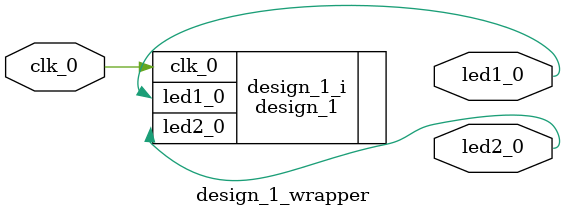
<source format=v>
`timescale 1 ps / 1 ps

module design_1_wrapper
   (clk_0,
    led1_0,
    led2_0);
  input clk_0;
  output led1_0;
  output led2_0;

  wire clk_0;
  wire led1_0;
  wire led2_0;

  design_1 design_1_i
       (.clk_0(clk_0),
        .led1_0(led1_0),
        .led2_0(led2_0));
endmodule

</source>
